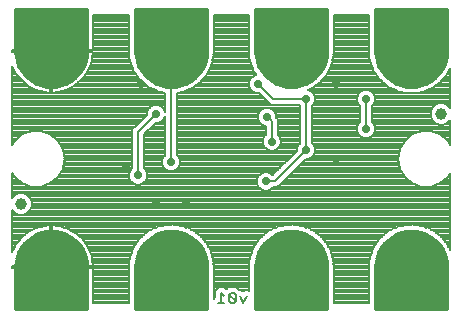
<source format=gbl>
G75*
%MOIN*%
%OFA0B0*%
%FSLAX25Y25*%
%IPPOS*%
%LPD*%
%AMOC8*
5,1,8,0,0,1.08239X$1,22.5*
%
%ADD10C,0.00800*%
%ADD11C,0.03937*%
%ADD12C,0.20000*%
%ADD13C,0.01000*%
%ADD14C,0.02900*%
D10*
X0152933Y0298400D02*
X0152933Y0310000D01*
X0140333Y0310000D01*
X0140333Y0310800D01*
X0152933Y0310800D01*
X0152933Y0310000D01*
X0153733Y0310000D01*
X0153733Y0298400D01*
X0152933Y0298400D01*
X0152933Y0298796D02*
X0153733Y0298796D01*
X0153733Y0299594D02*
X0152933Y0299594D01*
X0152933Y0300393D02*
X0153733Y0300393D01*
X0153733Y0301191D02*
X0152933Y0301191D01*
X0152933Y0301990D02*
X0153733Y0301990D01*
X0153733Y0302788D02*
X0152933Y0302788D01*
X0152933Y0303587D02*
X0153733Y0303587D01*
X0153733Y0304385D02*
X0152933Y0304385D01*
X0152933Y0305184D02*
X0153733Y0305184D01*
X0153733Y0305982D02*
X0152933Y0305982D01*
X0152933Y0306781D02*
X0153733Y0306781D01*
X0153733Y0307579D02*
X0152933Y0307579D01*
X0152933Y0308378D02*
X0153733Y0308378D01*
X0153733Y0309176D02*
X0152933Y0309176D01*
X0152933Y0309975D02*
X0153733Y0309975D01*
X0153733Y0310000D02*
X0153733Y0310800D01*
X0152933Y0310800D01*
X0152933Y0324300D01*
X0152605Y0324300D01*
X0151156Y0324148D01*
X0149731Y0323845D01*
X0148345Y0323395D01*
X0147014Y0322802D01*
X0145752Y0322074D01*
X0144574Y0321217D01*
X0143491Y0320242D01*
X0142516Y0319160D01*
X0142516Y0319160D01*
X0142507Y0319148D01*
X0141660Y0317981D01*
X0140931Y0316719D01*
X0140339Y0315388D01*
X0140333Y0315371D01*
X0140333Y0329353D01*
X0141312Y0328375D01*
X0142623Y0327831D01*
X0144043Y0327831D01*
X0145355Y0328375D01*
X0146359Y0329379D01*
X0146902Y0330690D01*
X0146902Y0332110D01*
X0146359Y0333421D01*
X0145355Y0334425D01*
X0144043Y0334968D01*
X0142623Y0334968D01*
X0141312Y0334425D01*
X0140333Y0333447D01*
X0140333Y0341656D01*
X0141099Y0340330D01*
X0143612Y0338222D01*
X0146693Y0337100D01*
X0149973Y0337100D01*
X0153055Y0338222D01*
X0155567Y0340330D01*
X0157207Y0343170D01*
X0157207Y0343170D01*
X0157777Y0346400D01*
X0157207Y0349630D01*
X0155567Y0352470D01*
X0153055Y0354578D01*
X0149973Y0355700D01*
X0146693Y0355700D01*
X0143612Y0354578D01*
X0143612Y0354578D01*
X0141099Y0352470D01*
X0140333Y0351144D01*
X0140333Y0377429D01*
X0140339Y0377412D01*
X0140339Y0377412D01*
X0140931Y0376081D01*
X0140931Y0376081D01*
X0141660Y0374819D01*
X0142516Y0373640D01*
X0143491Y0372558D01*
X0143491Y0372558D01*
X0143875Y0372212D01*
X0144574Y0371583D01*
X0145019Y0371259D01*
X0145752Y0370726D01*
X0145752Y0370726D01*
X0146657Y0370204D01*
X0147014Y0369998D01*
X0147014Y0369998D01*
X0148152Y0369492D01*
X0148345Y0369405D01*
X0149731Y0368955D01*
X0151156Y0368652D01*
X0152605Y0368500D01*
X0152933Y0368500D01*
X0152933Y0382000D01*
X0140333Y0382000D01*
X0140333Y0382800D01*
X0152933Y0382800D01*
X0152933Y0382000D01*
X0153733Y0382000D01*
X0153733Y0368500D01*
X0154062Y0368500D01*
X0155511Y0368652D01*
X0156936Y0368955D01*
X0158321Y0369405D01*
X0159652Y0369998D01*
X0160914Y0370726D01*
X0162093Y0371583D01*
X0163176Y0372558D01*
X0164150Y0373640D01*
X0164150Y0373640D01*
X0164153Y0373645D01*
X0165007Y0374819D01*
X0165007Y0374819D01*
X0165735Y0376081D01*
X0166328Y0377412D01*
X0166778Y0378797D01*
X0166778Y0378797D01*
X0167081Y0380223D01*
X0167233Y0381672D01*
X0167233Y0382000D01*
X0153733Y0382000D01*
X0153733Y0382800D01*
X0152933Y0382800D01*
X0152933Y0394400D01*
X0153733Y0394400D01*
X0153733Y0382800D01*
X0167233Y0382800D01*
X0167233Y0394400D01*
X0179233Y0394400D01*
X0179233Y0383183D01*
X0179177Y0383118D01*
X0179233Y0382325D01*
X0179233Y0381530D01*
X0179295Y0381469D01*
X0179311Y0381240D01*
X0179219Y0381096D01*
X0179372Y0380393D01*
X0179423Y0379675D01*
X0179552Y0379563D01*
X0179619Y0379256D01*
X0179548Y0379100D01*
X0179799Y0378426D01*
X0179952Y0377723D01*
X0180096Y0377630D01*
X0180206Y0377336D01*
X0180158Y0377172D01*
X0180503Y0376540D01*
X0180754Y0375866D01*
X0180910Y0375795D01*
X0181060Y0375519D01*
X0181036Y0375350D01*
X0181467Y0374774D01*
X0181812Y0374142D01*
X0181976Y0374094D01*
X0182164Y0373843D01*
X0182164Y0373672D01*
X0182673Y0373163D01*
X0183104Y0372587D01*
X0183274Y0372563D01*
X0183496Y0372340D01*
X0183520Y0372171D01*
X0184096Y0371740D01*
X0184605Y0371231D01*
X0184776Y0371231D01*
X0185028Y0371043D01*
X0185076Y0370879D01*
X0185707Y0370534D01*
X0186284Y0370103D01*
X0186453Y0370127D01*
X0186728Y0369976D01*
X0186799Y0369821D01*
X0187474Y0369569D01*
X0188105Y0369224D01*
X0188269Y0369273D01*
X0188564Y0369163D01*
X0188656Y0369019D01*
X0189359Y0368866D01*
X0190034Y0368615D01*
X0190189Y0368686D01*
X0190496Y0368619D01*
X0190608Y0368490D01*
X0191326Y0368438D01*
X0191333Y0368437D01*
X0191333Y0362127D01*
X0190919Y0363128D01*
X0190061Y0363986D01*
X0188940Y0364450D01*
X0187727Y0364450D01*
X0186606Y0363986D01*
X0185748Y0363128D01*
X0185283Y0362007D01*
X0185283Y0361178D01*
X0181505Y0357400D01*
X0180333Y0356228D01*
X0180333Y0343213D01*
X0179748Y0342628D01*
X0179283Y0341507D01*
X0179283Y0340293D01*
X0179748Y0339172D01*
X0180606Y0338314D01*
X0181727Y0337850D01*
X0182940Y0337850D01*
X0184061Y0338314D01*
X0184919Y0339172D01*
X0185383Y0340293D01*
X0185383Y0341507D01*
X0184919Y0342628D01*
X0184333Y0343213D01*
X0184333Y0354572D01*
X0188112Y0358350D01*
X0188940Y0358350D01*
X0190061Y0358814D01*
X0190919Y0359672D01*
X0191333Y0360673D01*
X0191333Y0347713D01*
X0190748Y0347128D01*
X0190283Y0346007D01*
X0190283Y0344793D01*
X0190748Y0343672D01*
X0191606Y0342814D01*
X0192727Y0342350D01*
X0193940Y0342350D01*
X0195061Y0342814D01*
X0195919Y0343672D01*
X0196383Y0344793D01*
X0196383Y0346007D01*
X0195919Y0347128D01*
X0195333Y0347713D01*
X0195333Y0368437D01*
X0195341Y0368438D01*
X0196059Y0368490D01*
X0196170Y0368619D01*
X0196478Y0368686D01*
X0196633Y0368615D01*
X0197307Y0368866D01*
X0198010Y0369019D01*
X0198103Y0369163D01*
X0198397Y0369273D01*
X0198561Y0369224D01*
X0199193Y0369569D01*
X0199867Y0369821D01*
X0199938Y0369976D01*
X0200214Y0370127D01*
X0200383Y0370103D01*
X0200959Y0370534D01*
X0201591Y0370879D01*
X0201639Y0371043D01*
X0201891Y0371231D01*
X0202062Y0371231D01*
X0202570Y0371740D01*
X0203146Y0372171D01*
X0203171Y0372340D01*
X0203393Y0372563D01*
X0203562Y0372587D01*
X0203993Y0373163D01*
X0204502Y0373672D01*
X0204502Y0373843D01*
X0204691Y0374094D01*
X0204855Y0374142D01*
X0205200Y0374774D01*
X0205631Y0375350D01*
X0205606Y0375519D01*
X0205757Y0375795D01*
X0205913Y0375866D01*
X0206164Y0376540D01*
X0206509Y0377172D01*
X0206461Y0377336D01*
X0206571Y0377630D01*
X0206714Y0377723D01*
X0206867Y0378426D01*
X0207119Y0379100D01*
X0207048Y0379256D01*
X0207115Y0379563D01*
X0207244Y0379675D01*
X0207295Y0380393D01*
X0207448Y0381096D01*
X0207356Y0381240D01*
X0207372Y0381469D01*
X0207433Y0381530D01*
X0207433Y0382325D01*
X0207490Y0383118D01*
X0207433Y0383183D01*
X0207433Y0394400D01*
X0219233Y0394400D01*
X0219233Y0383183D01*
X0219177Y0383118D01*
X0219233Y0382325D01*
X0219233Y0381530D01*
X0219295Y0381469D01*
X0219311Y0381240D01*
X0219219Y0381096D01*
X0219372Y0380393D01*
X0219423Y0379675D01*
X0219552Y0379563D01*
X0219619Y0379256D01*
X0219548Y0379100D01*
X0219799Y0378426D01*
X0219952Y0377723D01*
X0220096Y0377630D01*
X0220206Y0377336D01*
X0220158Y0377172D01*
X0220503Y0376540D01*
X0220754Y0375866D01*
X0220910Y0375795D01*
X0221060Y0375519D01*
X0221036Y0375350D01*
X0221467Y0374774D01*
X0221659Y0374422D01*
X0220606Y0373986D01*
X0219748Y0373128D01*
X0219283Y0372007D01*
X0219283Y0370793D01*
X0219748Y0369672D01*
X0220606Y0368814D01*
X0221727Y0368350D01*
X0222555Y0368350D01*
X0226505Y0364400D01*
X0236020Y0364400D01*
X0236333Y0364087D01*
X0236333Y0351713D01*
X0235748Y0351128D01*
X0235283Y0350007D01*
X0235283Y0349178D01*
X0227076Y0340971D01*
X0226561Y0341486D01*
X0225440Y0341950D01*
X0224227Y0341950D01*
X0223106Y0341486D01*
X0222248Y0340628D01*
X0221783Y0339507D01*
X0221783Y0338293D01*
X0222248Y0337172D01*
X0223106Y0336314D01*
X0224227Y0335850D01*
X0225440Y0335850D01*
X0226561Y0336314D01*
X0227147Y0336900D01*
X0228662Y0336900D01*
X0229833Y0338072D01*
X0238112Y0346350D01*
X0238940Y0346350D01*
X0240061Y0346814D01*
X0240919Y0347672D01*
X0241383Y0348793D01*
X0241383Y0350007D01*
X0240919Y0351128D01*
X0240333Y0351713D01*
X0240333Y0364087D01*
X0240919Y0364672D01*
X0241383Y0365793D01*
X0241383Y0367007D01*
X0240919Y0368128D01*
X0240061Y0368986D01*
X0238960Y0369442D01*
X0239193Y0369569D01*
X0239867Y0369821D01*
X0239938Y0369976D01*
X0240214Y0370127D01*
X0240383Y0370103D01*
X0240959Y0370534D01*
X0241591Y0370879D01*
X0241639Y0371043D01*
X0241891Y0371231D01*
X0242062Y0371231D01*
X0242570Y0371740D01*
X0243146Y0372171D01*
X0243171Y0372340D01*
X0243393Y0372563D01*
X0243562Y0372587D01*
X0243993Y0373163D01*
X0244502Y0373672D01*
X0244502Y0373843D01*
X0244691Y0374094D01*
X0244855Y0374142D01*
X0245200Y0374774D01*
X0245631Y0375350D01*
X0245606Y0375519D01*
X0245757Y0375795D01*
X0245913Y0375866D01*
X0246164Y0376540D01*
X0246509Y0377172D01*
X0246461Y0377336D01*
X0246571Y0377630D01*
X0246714Y0377723D01*
X0246867Y0378426D01*
X0247119Y0379100D01*
X0247048Y0379256D01*
X0247115Y0379563D01*
X0247244Y0379675D01*
X0247295Y0380393D01*
X0247448Y0381096D01*
X0247356Y0381240D01*
X0247372Y0381469D01*
X0247433Y0381530D01*
X0247433Y0382325D01*
X0247490Y0383118D01*
X0247433Y0383183D01*
X0247433Y0394400D01*
X0259233Y0394400D01*
X0259233Y0383183D01*
X0259177Y0383118D01*
X0259233Y0382325D01*
X0259233Y0381530D01*
X0259295Y0381469D01*
X0259311Y0381240D01*
X0259219Y0381096D01*
X0259372Y0380393D01*
X0259423Y0379675D01*
X0259552Y0379563D01*
X0259619Y0379256D01*
X0259548Y0379100D01*
X0259799Y0378426D01*
X0259952Y0377723D01*
X0260096Y0377630D01*
X0260206Y0377336D01*
X0260158Y0377172D01*
X0260503Y0376540D01*
X0260754Y0375866D01*
X0260910Y0375795D01*
X0261060Y0375519D01*
X0261036Y0375350D01*
X0261467Y0374774D01*
X0261812Y0374142D01*
X0261976Y0374094D01*
X0262164Y0373843D01*
X0262164Y0373672D01*
X0262673Y0373163D01*
X0263104Y0372587D01*
X0263274Y0372563D01*
X0263496Y0372340D01*
X0263520Y0372171D01*
X0264096Y0371740D01*
X0264605Y0371231D01*
X0264776Y0371231D01*
X0265028Y0371043D01*
X0265076Y0370879D01*
X0265707Y0370534D01*
X0266284Y0370103D01*
X0266453Y0370127D01*
X0266728Y0369976D01*
X0266799Y0369821D01*
X0267474Y0369569D01*
X0268105Y0369224D01*
X0268269Y0369273D01*
X0268564Y0369163D01*
X0268656Y0369019D01*
X0269359Y0368866D01*
X0270034Y0368615D01*
X0270189Y0368686D01*
X0270496Y0368619D01*
X0270608Y0368490D01*
X0271326Y0368438D01*
X0272029Y0368285D01*
X0272173Y0368378D01*
X0272486Y0368355D01*
X0272616Y0368243D01*
X0273333Y0368295D01*
X0274051Y0368243D01*
X0274180Y0368355D01*
X0274494Y0368378D01*
X0274638Y0368285D01*
X0275341Y0368438D01*
X0276059Y0368490D01*
X0276170Y0368619D01*
X0276478Y0368686D01*
X0276633Y0368615D01*
X0277307Y0368866D01*
X0278010Y0369019D01*
X0278103Y0369163D01*
X0278397Y0369273D01*
X0278561Y0369224D01*
X0279193Y0369569D01*
X0279867Y0369821D01*
X0279938Y0369976D01*
X0280214Y0370127D01*
X0280383Y0370103D01*
X0280959Y0370534D01*
X0281591Y0370879D01*
X0281639Y0371043D01*
X0281891Y0371231D01*
X0282062Y0371231D01*
X0282570Y0371740D01*
X0283146Y0372171D01*
X0283171Y0372340D01*
X0283393Y0372563D01*
X0283562Y0372587D01*
X0283993Y0373163D01*
X0284502Y0373672D01*
X0284502Y0373843D01*
X0284691Y0374094D01*
X0284855Y0374142D01*
X0285199Y0374774D01*
X0285631Y0375350D01*
X0285606Y0375519D01*
X0285757Y0375795D01*
X0285913Y0375866D01*
X0286164Y0376540D01*
X0286333Y0376851D01*
X0286333Y0363447D01*
X0285355Y0364425D01*
X0284043Y0364968D01*
X0282623Y0364968D01*
X0281312Y0364425D01*
X0280308Y0363421D01*
X0279765Y0362110D01*
X0279765Y0360690D01*
X0280308Y0359379D01*
X0281312Y0358375D01*
X0282623Y0357831D01*
X0284043Y0357831D01*
X0285355Y0358375D01*
X0286333Y0359353D01*
X0286333Y0351144D01*
X0285567Y0352470D01*
X0283055Y0354578D01*
X0279973Y0355700D01*
X0276693Y0355700D01*
X0273612Y0354578D01*
X0273612Y0354578D01*
X0271099Y0352470D01*
X0269459Y0349630D01*
X0268890Y0346400D01*
X0269459Y0343170D01*
X0269459Y0343170D01*
X0271099Y0340330D01*
X0273612Y0338222D01*
X0273612Y0338222D01*
X0276693Y0337100D01*
X0279973Y0337100D01*
X0283055Y0338222D01*
X0285567Y0340330D01*
X0286333Y0341656D01*
X0286333Y0315949D01*
X0286164Y0316260D01*
X0285913Y0316934D01*
X0285757Y0317005D01*
X0285606Y0317281D01*
X0285631Y0317450D01*
X0285200Y0318026D01*
X0284855Y0318658D01*
X0284691Y0318706D01*
X0284502Y0318957D01*
X0284502Y0319128D01*
X0283993Y0319637D01*
X0283562Y0320213D01*
X0283393Y0320237D01*
X0283171Y0320460D01*
X0283146Y0320629D01*
X0282570Y0321060D01*
X0282062Y0321569D01*
X0281891Y0321569D01*
X0281639Y0321757D01*
X0281591Y0321921D01*
X0280959Y0322266D01*
X0280383Y0322697D01*
X0280214Y0322673D01*
X0279938Y0322824D01*
X0279867Y0322979D01*
X0279193Y0323231D01*
X0278561Y0323576D01*
X0278397Y0323527D01*
X0278103Y0323637D01*
X0278010Y0323781D01*
X0277307Y0323934D01*
X0276633Y0324185D01*
X0276478Y0324114D01*
X0276170Y0324181D01*
X0276059Y0324310D01*
X0275341Y0324362D01*
X0274638Y0324515D01*
X0274494Y0324422D01*
X0274180Y0324445D01*
X0274051Y0324557D01*
X0273333Y0324505D01*
X0272616Y0324557D01*
X0272486Y0324445D01*
X0272173Y0324422D01*
X0272029Y0324515D01*
X0271326Y0324362D01*
X0270608Y0324310D01*
X0270496Y0324181D01*
X0270189Y0324114D01*
X0270034Y0324185D01*
X0269359Y0323934D01*
X0268656Y0323781D01*
X0268564Y0323637D01*
X0268269Y0323527D01*
X0268105Y0323576D01*
X0267474Y0323231D01*
X0266799Y0322979D01*
X0266728Y0322824D01*
X0266453Y0322673D01*
X0266284Y0322697D01*
X0265707Y0322266D01*
X0265076Y0321921D01*
X0265028Y0321757D01*
X0264776Y0321569D01*
X0264605Y0321569D01*
X0264096Y0321060D01*
X0263520Y0320629D01*
X0263496Y0320460D01*
X0263274Y0320237D01*
X0263104Y0320213D01*
X0262673Y0319637D01*
X0262164Y0319128D01*
X0262164Y0318957D01*
X0261976Y0318706D01*
X0261812Y0318658D01*
X0261467Y0318026D01*
X0261036Y0317450D01*
X0261060Y0317281D01*
X0260910Y0317005D01*
X0260754Y0316934D01*
X0260503Y0316260D01*
X0260158Y0315628D01*
X0260206Y0315464D01*
X0260096Y0315170D01*
X0259952Y0315077D01*
X0259799Y0314374D01*
X0259548Y0313700D01*
X0259619Y0313544D01*
X0259552Y0313237D01*
X0259423Y0313125D01*
X0259372Y0312407D01*
X0259219Y0311704D01*
X0259311Y0311560D01*
X0259295Y0311331D01*
X0259233Y0311270D01*
X0259233Y0310475D01*
X0259177Y0309682D01*
X0259233Y0309617D01*
X0259233Y0298400D01*
X0247433Y0298400D01*
X0247433Y0309617D01*
X0247490Y0309682D01*
X0247433Y0310475D01*
X0247433Y0311270D01*
X0247372Y0311331D01*
X0247356Y0311560D01*
X0247448Y0311704D01*
X0247295Y0312407D01*
X0247244Y0313125D01*
X0247115Y0313237D01*
X0247048Y0313544D01*
X0247119Y0313700D01*
X0246867Y0314374D01*
X0246714Y0315077D01*
X0246571Y0315170D01*
X0246461Y0315464D01*
X0246509Y0315628D01*
X0246164Y0316260D01*
X0245913Y0316934D01*
X0245757Y0317005D01*
X0245606Y0317281D01*
X0245631Y0317450D01*
X0245200Y0318026D01*
X0244855Y0318658D01*
X0244691Y0318706D01*
X0244502Y0318957D01*
X0244502Y0319128D01*
X0243993Y0319637D01*
X0243562Y0320213D01*
X0243393Y0320237D01*
X0243171Y0320460D01*
X0243146Y0320629D01*
X0242570Y0321060D01*
X0242062Y0321569D01*
X0241891Y0321569D01*
X0241639Y0321757D01*
X0241591Y0321921D01*
X0240959Y0322266D01*
X0240383Y0322697D01*
X0240214Y0322673D01*
X0239938Y0322824D01*
X0239867Y0322979D01*
X0239193Y0323231D01*
X0238561Y0323576D01*
X0238397Y0323527D01*
X0238103Y0323637D01*
X0238010Y0323781D01*
X0237307Y0323934D01*
X0236633Y0324185D01*
X0236478Y0324114D01*
X0236170Y0324181D01*
X0236059Y0324310D01*
X0235341Y0324362D01*
X0234638Y0324515D01*
X0234494Y0324422D01*
X0234180Y0324445D01*
X0234051Y0324557D01*
X0233333Y0324505D01*
X0232616Y0324557D01*
X0232486Y0324445D01*
X0232173Y0324422D01*
X0232029Y0324515D01*
X0231326Y0324362D01*
X0230608Y0324310D01*
X0230496Y0324181D01*
X0230189Y0324114D01*
X0230034Y0324185D01*
X0229359Y0323934D01*
X0228656Y0323781D01*
X0228564Y0323637D01*
X0228269Y0323527D01*
X0228105Y0323576D01*
X0227474Y0323231D01*
X0226799Y0322979D01*
X0226728Y0322824D01*
X0226453Y0322673D01*
X0226284Y0322697D01*
X0225707Y0322266D01*
X0225076Y0321921D01*
X0225028Y0321757D01*
X0224776Y0321569D01*
X0224605Y0321569D01*
X0224096Y0321060D01*
X0223520Y0320629D01*
X0223496Y0320460D01*
X0223274Y0320237D01*
X0223104Y0320213D01*
X0222673Y0319637D01*
X0222164Y0319128D01*
X0222164Y0318957D01*
X0221976Y0318706D01*
X0221812Y0318658D01*
X0221467Y0318026D01*
X0221036Y0317450D01*
X0221060Y0317281D01*
X0220910Y0317005D01*
X0220754Y0316934D01*
X0220503Y0316260D01*
X0220158Y0315628D01*
X0220206Y0315464D01*
X0220096Y0315170D01*
X0219952Y0315077D01*
X0219799Y0314374D01*
X0219548Y0313700D01*
X0219619Y0313544D01*
X0219552Y0313237D01*
X0219423Y0313125D01*
X0219372Y0312407D01*
X0219219Y0311704D01*
X0219311Y0311560D01*
X0219295Y0311331D01*
X0219233Y0311270D01*
X0219233Y0310475D01*
X0219177Y0309682D01*
X0219233Y0309617D01*
X0219233Y0302409D01*
X0218612Y0302719D01*
X0217390Y0302312D01*
X0216169Y0302719D01*
X0216042Y0302656D01*
X0215070Y0303628D01*
X0212345Y0303628D01*
X0211811Y0303094D01*
X0211599Y0302881D01*
X0211588Y0302892D01*
X0210853Y0303628D01*
X0209196Y0303628D01*
X0208601Y0303033D01*
X0208024Y0302456D01*
X0208024Y0300321D01*
X0207433Y0299730D01*
X0207433Y0309617D01*
X0207490Y0309682D01*
X0207433Y0310475D01*
X0207433Y0311270D01*
X0207372Y0311331D01*
X0207356Y0311560D01*
X0207448Y0311704D01*
X0207295Y0312407D01*
X0207244Y0313125D01*
X0207115Y0313237D01*
X0207048Y0313544D01*
X0207119Y0313700D01*
X0206867Y0314374D01*
X0206714Y0315077D01*
X0206571Y0315170D01*
X0206461Y0315464D01*
X0206509Y0315628D01*
X0206164Y0316260D01*
X0205913Y0316934D01*
X0205757Y0317005D01*
X0205606Y0317281D01*
X0205631Y0317450D01*
X0205200Y0318026D01*
X0204855Y0318658D01*
X0204691Y0318706D01*
X0204502Y0318957D01*
X0204502Y0319128D01*
X0203993Y0319637D01*
X0203562Y0320213D01*
X0203393Y0320237D01*
X0203171Y0320460D01*
X0203146Y0320629D01*
X0202570Y0321060D01*
X0202062Y0321569D01*
X0201891Y0321569D01*
X0201639Y0321757D01*
X0201591Y0321921D01*
X0200959Y0322266D01*
X0200383Y0322697D01*
X0200214Y0322673D01*
X0199938Y0322824D01*
X0199867Y0322979D01*
X0199193Y0323231D01*
X0198561Y0323576D01*
X0198397Y0323527D01*
X0198103Y0323637D01*
X0198010Y0323781D01*
X0197307Y0323934D01*
X0196633Y0324185D01*
X0196478Y0324114D01*
X0196170Y0324181D01*
X0196059Y0324310D01*
X0195341Y0324362D01*
X0194638Y0324515D01*
X0194494Y0324422D01*
X0194180Y0324445D01*
X0194051Y0324557D01*
X0193333Y0324505D01*
X0192616Y0324557D01*
X0192486Y0324445D01*
X0192173Y0324422D01*
X0192029Y0324515D01*
X0191326Y0324362D01*
X0190608Y0324310D01*
X0190496Y0324181D01*
X0190189Y0324114D01*
X0190034Y0324185D01*
X0189359Y0323934D01*
X0188656Y0323781D01*
X0188564Y0323637D01*
X0188269Y0323527D01*
X0188105Y0323576D01*
X0187474Y0323231D01*
X0186799Y0322979D01*
X0186728Y0322824D01*
X0186453Y0322673D01*
X0186284Y0322697D01*
X0185707Y0322266D01*
X0185076Y0321921D01*
X0185028Y0321757D01*
X0184776Y0321569D01*
X0184605Y0321569D01*
X0184096Y0321060D01*
X0183520Y0320629D01*
X0183496Y0320460D01*
X0183274Y0320237D01*
X0183104Y0320213D01*
X0182673Y0319637D01*
X0182164Y0319128D01*
X0182164Y0318957D01*
X0181976Y0318706D01*
X0181812Y0318658D01*
X0181467Y0318026D01*
X0181036Y0317450D01*
X0181060Y0317281D01*
X0180910Y0317005D01*
X0180754Y0316934D01*
X0180503Y0316260D01*
X0180158Y0315628D01*
X0180206Y0315464D01*
X0180096Y0315170D01*
X0179952Y0315077D01*
X0179799Y0314374D01*
X0179548Y0313700D01*
X0179619Y0313544D01*
X0179552Y0313237D01*
X0179423Y0313125D01*
X0179372Y0312407D01*
X0179219Y0311704D01*
X0179311Y0311560D01*
X0179295Y0311331D01*
X0179233Y0311270D01*
X0179233Y0310475D01*
X0179177Y0309682D01*
X0179233Y0309617D01*
X0179233Y0298400D01*
X0167233Y0298400D01*
X0167233Y0310000D01*
X0153733Y0310000D01*
X0153733Y0310773D02*
X0179233Y0310773D01*
X0179198Y0309975D02*
X0167233Y0309975D01*
X0167233Y0309176D02*
X0179233Y0309176D01*
X0179233Y0308378D02*
X0167233Y0308378D01*
X0167233Y0307579D02*
X0179233Y0307579D01*
X0179233Y0306781D02*
X0167233Y0306781D01*
X0167233Y0305982D02*
X0179233Y0305982D01*
X0179233Y0305184D02*
X0167233Y0305184D01*
X0167233Y0304385D02*
X0179233Y0304385D01*
X0179233Y0303587D02*
X0167233Y0303587D01*
X0167233Y0302788D02*
X0179233Y0302788D01*
X0179233Y0301990D02*
X0167233Y0301990D01*
X0167233Y0301191D02*
X0179233Y0301191D01*
X0179233Y0300393D02*
X0167233Y0300393D01*
X0167233Y0299594D02*
X0179233Y0299594D01*
X0179233Y0298796D02*
X0167233Y0298796D01*
X0167233Y0310800D02*
X0153733Y0310800D01*
X0153733Y0324300D01*
X0154062Y0324300D01*
X0155511Y0324148D01*
X0155511Y0324148D01*
X0156537Y0323930D01*
X0156936Y0323845D01*
X0156936Y0323845D01*
X0158005Y0323498D01*
X0158321Y0323395D01*
X0158321Y0323395D01*
X0159394Y0322917D01*
X0159652Y0322802D01*
X0159652Y0322802D01*
X0160699Y0322198D01*
X0160914Y0322074D01*
X0160914Y0322074D01*
X0161913Y0321348D01*
X0162093Y0321217D01*
X0162093Y0321217D01*
X0163024Y0320379D01*
X0163176Y0320242D01*
X0163176Y0320242D01*
X0164150Y0319160D01*
X0164150Y0319160D01*
X0165007Y0317981D01*
X0165007Y0317981D01*
X0165735Y0316719D01*
X0165735Y0316719D01*
X0166328Y0315388D01*
X0166328Y0315388D01*
X0166778Y0314003D01*
X0166778Y0314002D01*
X0167081Y0312577D01*
X0167081Y0312577D01*
X0167233Y0311128D01*
X0167233Y0310800D01*
X0167187Y0311572D02*
X0179304Y0311572D01*
X0179363Y0312370D02*
X0167103Y0312370D01*
X0166955Y0313169D02*
X0179473Y0313169D01*
X0179648Y0313967D02*
X0166786Y0313967D01*
X0166530Y0314766D02*
X0179885Y0314766D01*
X0180176Y0315564D02*
X0166249Y0315564D01*
X0165894Y0316363D02*
X0180541Y0316363D01*
X0180995Y0317161D02*
X0165480Y0317161D01*
X0165019Y0317960D02*
X0181418Y0317960D01*
X0182015Y0318758D02*
X0164442Y0318758D01*
X0163793Y0319557D02*
X0182593Y0319557D01*
X0183391Y0320355D02*
X0163050Y0320355D01*
X0163176Y0320242D02*
X0163176Y0320242D01*
X0162163Y0321154D02*
X0184190Y0321154D01*
X0185133Y0321952D02*
X0161081Y0321952D01*
X0159741Y0322751D02*
X0186595Y0322751D01*
X0188057Y0323549D02*
X0157845Y0323549D01*
X0153733Y0323549D02*
X0152933Y0323549D01*
X0152933Y0322751D02*
X0153733Y0322751D01*
X0153733Y0321952D02*
X0152933Y0321952D01*
X0152933Y0321154D02*
X0153733Y0321154D01*
X0153733Y0320355D02*
X0152933Y0320355D01*
X0152933Y0319557D02*
X0153733Y0319557D01*
X0153733Y0318758D02*
X0152933Y0318758D01*
X0152933Y0317960D02*
X0153733Y0317960D01*
X0153733Y0317161D02*
X0152933Y0317161D01*
X0152933Y0316363D02*
X0153733Y0316363D01*
X0153733Y0315564D02*
X0152933Y0315564D01*
X0152933Y0314766D02*
X0153733Y0314766D01*
X0153733Y0313967D02*
X0152933Y0313967D01*
X0152933Y0313169D02*
X0153733Y0313169D01*
X0153733Y0312370D02*
X0152933Y0312370D01*
X0152933Y0311572D02*
X0153733Y0311572D01*
X0152933Y0310773D02*
X0140333Y0310773D01*
X0140339Y0315388D02*
X0140339Y0315388D01*
X0140333Y0315564D02*
X0140417Y0315564D01*
X0140333Y0316363D02*
X0140773Y0316363D01*
X0140931Y0316719D02*
X0140931Y0316719D01*
X0141187Y0317161D02*
X0140333Y0317161D01*
X0140333Y0317960D02*
X0141648Y0317960D01*
X0141660Y0317981D02*
X0141660Y0317981D01*
X0142225Y0318758D02*
X0140333Y0318758D01*
X0140333Y0319557D02*
X0142874Y0319557D01*
X0143491Y0320242D02*
X0143491Y0320242D01*
X0143617Y0320355D02*
X0140333Y0320355D01*
X0140333Y0321154D02*
X0144503Y0321154D01*
X0145586Y0321952D02*
X0140333Y0321952D01*
X0140333Y0322751D02*
X0146926Y0322751D01*
X0148822Y0323549D02*
X0140333Y0323549D01*
X0140333Y0324348D02*
X0191132Y0324348D01*
X0188328Y0323549D02*
X0188195Y0323549D01*
X0195535Y0324348D02*
X0231132Y0324348D01*
X0228328Y0323549D02*
X0228195Y0323549D01*
X0228057Y0323549D02*
X0198609Y0323549D01*
X0198472Y0323549D02*
X0198338Y0323549D01*
X0200072Y0322751D02*
X0226595Y0322751D01*
X0225133Y0321952D02*
X0201534Y0321952D01*
X0202477Y0321154D02*
X0224190Y0321154D01*
X0223391Y0320355D02*
X0203275Y0320355D01*
X0204074Y0319557D02*
X0222593Y0319557D01*
X0222015Y0318758D02*
X0204651Y0318758D01*
X0205249Y0317960D02*
X0221418Y0317960D01*
X0220995Y0317161D02*
X0205672Y0317161D01*
X0206126Y0316363D02*
X0220541Y0316363D01*
X0220176Y0315564D02*
X0206490Y0315564D01*
X0206782Y0314766D02*
X0219885Y0314766D01*
X0219648Y0313967D02*
X0207019Y0313967D01*
X0207194Y0313169D02*
X0219473Y0313169D01*
X0219363Y0312370D02*
X0207303Y0312370D01*
X0207363Y0311572D02*
X0219304Y0311572D01*
X0219233Y0310773D02*
X0207433Y0310773D01*
X0207469Y0309975D02*
X0219198Y0309975D01*
X0219233Y0309176D02*
X0207433Y0309176D01*
X0207433Y0308378D02*
X0219233Y0308378D01*
X0219233Y0307579D02*
X0207433Y0307579D01*
X0207433Y0306781D02*
X0219233Y0306781D01*
X0219233Y0305982D02*
X0207433Y0305982D01*
X0207433Y0305184D02*
X0219233Y0305184D01*
X0219233Y0304385D02*
X0207433Y0304385D01*
X0207433Y0303587D02*
X0209155Y0303587D01*
X0208356Y0302788D02*
X0207433Y0302788D01*
X0207433Y0301990D02*
X0208024Y0301990D01*
X0208024Y0301191D02*
X0207433Y0301191D01*
X0207433Y0300393D02*
X0208024Y0300393D01*
X0208957Y0298425D02*
X0211092Y0298425D01*
X0210024Y0298425D02*
X0210024Y0301628D01*
X0211092Y0300560D01*
X0212640Y0301094D02*
X0214775Y0298959D01*
X0214241Y0298425D01*
X0213174Y0298425D01*
X0212640Y0298959D01*
X0212640Y0301094D01*
X0213174Y0301628D01*
X0214241Y0301628D01*
X0214775Y0301094D01*
X0214775Y0298959D01*
X0216323Y0300560D02*
X0217390Y0298425D01*
X0218458Y0300560D01*
X0219233Y0302788D02*
X0215909Y0302788D01*
X0215111Y0303587D02*
X0219233Y0303587D01*
X0212304Y0303587D02*
X0210894Y0303587D01*
X0211811Y0303094D02*
X0211811Y0303094D01*
X0235535Y0324348D02*
X0271132Y0324348D01*
X0268328Y0323549D02*
X0268195Y0323549D01*
X0268057Y0323549D02*
X0238609Y0323549D01*
X0238472Y0323549D02*
X0238338Y0323549D01*
X0240072Y0322751D02*
X0266595Y0322751D01*
X0265133Y0321952D02*
X0241534Y0321952D01*
X0242477Y0321154D02*
X0264190Y0321154D01*
X0263391Y0320355D02*
X0243275Y0320355D01*
X0244074Y0319557D02*
X0262593Y0319557D01*
X0262015Y0318758D02*
X0244651Y0318758D01*
X0245249Y0317960D02*
X0261418Y0317960D01*
X0260995Y0317161D02*
X0245672Y0317161D01*
X0246126Y0316363D02*
X0260541Y0316363D01*
X0260176Y0315564D02*
X0246490Y0315564D01*
X0246782Y0314766D02*
X0259885Y0314766D01*
X0259648Y0313967D02*
X0247019Y0313967D01*
X0247194Y0313169D02*
X0259473Y0313169D01*
X0259363Y0312370D02*
X0247303Y0312370D01*
X0247363Y0311572D02*
X0259304Y0311572D01*
X0259233Y0310773D02*
X0247433Y0310773D01*
X0247469Y0309975D02*
X0259198Y0309975D01*
X0259233Y0309176D02*
X0247433Y0309176D01*
X0247433Y0308378D02*
X0259233Y0308378D01*
X0259233Y0307579D02*
X0247433Y0307579D01*
X0247433Y0306781D02*
X0259233Y0306781D01*
X0259233Y0305982D02*
X0247433Y0305982D01*
X0247433Y0305184D02*
X0259233Y0305184D01*
X0259233Y0304385D02*
X0247433Y0304385D01*
X0247433Y0303587D02*
X0259233Y0303587D01*
X0259233Y0302788D02*
X0247433Y0302788D01*
X0247433Y0301990D02*
X0259233Y0301990D01*
X0259233Y0301191D02*
X0247433Y0301191D01*
X0247433Y0300393D02*
X0259233Y0300393D01*
X0259233Y0299594D02*
X0247433Y0299594D01*
X0247433Y0298796D02*
X0259233Y0298796D01*
X0286126Y0316363D02*
X0286333Y0316363D01*
X0286333Y0317161D02*
X0285672Y0317161D01*
X0285249Y0317960D02*
X0286333Y0317960D01*
X0286333Y0318758D02*
X0284651Y0318758D01*
X0284074Y0319557D02*
X0286333Y0319557D01*
X0286333Y0320355D02*
X0283275Y0320355D01*
X0282477Y0321154D02*
X0286333Y0321154D01*
X0286333Y0321952D02*
X0281534Y0321952D01*
X0280072Y0322751D02*
X0286333Y0322751D01*
X0286333Y0323549D02*
X0278609Y0323549D01*
X0278472Y0323549D02*
X0278338Y0323549D01*
X0275535Y0324348D02*
X0286333Y0324348D01*
X0286333Y0325146D02*
X0140333Y0325146D01*
X0140333Y0325945D02*
X0286333Y0325945D01*
X0286333Y0326743D02*
X0140333Y0326743D01*
X0140333Y0327542D02*
X0286333Y0327542D01*
X0286333Y0328340D02*
X0145272Y0328340D01*
X0146119Y0329139D02*
X0286333Y0329139D01*
X0286333Y0329937D02*
X0146590Y0329937D01*
X0146902Y0330736D02*
X0286333Y0330736D01*
X0286333Y0331534D02*
X0146902Y0331534D01*
X0146809Y0332333D02*
X0286333Y0332333D01*
X0286333Y0333132D02*
X0146479Y0333132D01*
X0145850Y0333930D02*
X0286333Y0333930D01*
X0286333Y0334729D02*
X0144622Y0334729D01*
X0142044Y0334729D02*
X0140333Y0334729D01*
X0140333Y0335527D02*
X0286333Y0335527D01*
X0286333Y0336326D02*
X0226572Y0336326D01*
X0228886Y0337124D02*
X0276627Y0337124D01*
X0274433Y0337923D02*
X0229684Y0337923D01*
X0230483Y0338721D02*
X0273016Y0338721D01*
X0272065Y0339520D02*
X0231281Y0339520D01*
X0232080Y0340318D02*
X0271113Y0340318D01*
X0271099Y0340330D02*
X0271099Y0340330D01*
X0270645Y0341117D02*
X0232878Y0341117D01*
X0233677Y0341915D02*
X0270184Y0341915D01*
X0269723Y0342714D02*
X0234475Y0342714D01*
X0235274Y0343512D02*
X0269399Y0343512D01*
X0269258Y0344311D02*
X0236072Y0344311D01*
X0236871Y0345109D02*
X0269117Y0345109D01*
X0268977Y0345908D02*
X0237669Y0345908D01*
X0239800Y0346706D02*
X0268944Y0346706D01*
X0268890Y0346400D02*
X0268890Y0346400D01*
X0269085Y0347505D02*
X0240751Y0347505D01*
X0241180Y0348303D02*
X0269225Y0348303D01*
X0269366Y0349102D02*
X0241383Y0349102D01*
X0241383Y0349900D02*
X0269616Y0349900D01*
X0269459Y0349630D02*
X0269459Y0349630D01*
X0270077Y0350699D02*
X0241097Y0350699D01*
X0240549Y0351497D02*
X0270538Y0351497D01*
X0270999Y0352296D02*
X0240333Y0352296D01*
X0240333Y0353094D02*
X0271843Y0353094D01*
X0271099Y0352470D02*
X0271099Y0352470D01*
X0271099Y0352470D01*
X0272795Y0353893D02*
X0260139Y0353893D01*
X0260061Y0353814D02*
X0260919Y0354672D01*
X0261383Y0355793D01*
X0261383Y0357007D01*
X0260919Y0358128D01*
X0260333Y0358713D01*
X0260333Y0364087D01*
X0260919Y0364672D01*
X0261383Y0365793D01*
X0261383Y0367007D01*
X0260919Y0368128D01*
X0260061Y0368986D01*
X0258940Y0369450D01*
X0257727Y0369450D01*
X0256606Y0368986D01*
X0255748Y0368128D01*
X0255283Y0367007D01*
X0255283Y0365793D01*
X0255748Y0364672D01*
X0256333Y0364087D01*
X0256333Y0358713D01*
X0255748Y0358128D01*
X0255283Y0357007D01*
X0255283Y0355793D01*
X0255748Y0354672D01*
X0256606Y0353814D01*
X0257727Y0353350D01*
X0258940Y0353350D01*
X0260061Y0353814D01*
X0260927Y0354691D02*
X0273922Y0354691D01*
X0276116Y0355490D02*
X0261258Y0355490D01*
X0261383Y0356288D02*
X0286333Y0356288D01*
X0286333Y0355490D02*
X0280551Y0355490D01*
X0282744Y0354691D02*
X0286333Y0354691D01*
X0286333Y0353893D02*
X0283872Y0353893D01*
X0283055Y0354578D02*
X0283055Y0354578D01*
X0284824Y0353094D02*
X0286333Y0353094D01*
X0286333Y0352296D02*
X0285668Y0352296D01*
X0285567Y0352470D02*
X0285567Y0352470D01*
X0286129Y0351497D02*
X0286333Y0351497D01*
X0286333Y0357087D02*
X0261350Y0357087D01*
X0261019Y0357885D02*
X0282493Y0357885D01*
X0284173Y0357885D02*
X0286333Y0357885D01*
X0286333Y0358684D02*
X0285664Y0358684D01*
X0281003Y0358684D02*
X0260363Y0358684D01*
X0260333Y0359482D02*
X0280265Y0359482D01*
X0279934Y0360281D02*
X0260333Y0360281D01*
X0260333Y0361079D02*
X0279765Y0361079D01*
X0279765Y0361878D02*
X0260333Y0361878D01*
X0260333Y0362676D02*
X0280000Y0362676D01*
X0280362Y0363475D02*
X0260333Y0363475D01*
X0260520Y0364273D02*
X0281160Y0364273D01*
X0285506Y0364273D02*
X0286333Y0364273D01*
X0286305Y0363475D02*
X0286333Y0363475D01*
X0286333Y0365072D02*
X0261085Y0365072D01*
X0261383Y0365870D02*
X0286333Y0365870D01*
X0286333Y0366669D02*
X0261383Y0366669D01*
X0261192Y0367468D02*
X0286333Y0367468D01*
X0286333Y0368266D02*
X0274077Y0368266D01*
X0273733Y0368266D02*
X0272933Y0368266D01*
X0272589Y0368266D02*
X0260781Y0368266D01*
X0259871Y0369065D02*
X0268627Y0369065D01*
X0266780Y0369863D02*
X0239886Y0369863D01*
X0239871Y0369065D02*
X0256796Y0369065D01*
X0255886Y0368266D02*
X0240781Y0368266D01*
X0241192Y0367468D02*
X0255474Y0367468D01*
X0255283Y0366669D02*
X0241383Y0366669D01*
X0241383Y0365870D02*
X0255283Y0365870D01*
X0255582Y0365072D02*
X0241085Y0365072D01*
X0240520Y0364273D02*
X0256147Y0364273D01*
X0256333Y0363475D02*
X0240333Y0363475D01*
X0240333Y0362676D02*
X0256333Y0362676D01*
X0256333Y0361878D02*
X0240333Y0361878D01*
X0240333Y0361079D02*
X0256333Y0361079D01*
X0256333Y0360281D02*
X0240333Y0360281D01*
X0240333Y0359482D02*
X0256333Y0359482D01*
X0256304Y0358684D02*
X0240333Y0358684D01*
X0240333Y0357885D02*
X0255647Y0357885D01*
X0255317Y0357087D02*
X0240333Y0357087D01*
X0240333Y0356288D02*
X0255283Y0356288D01*
X0255409Y0355490D02*
X0240333Y0355490D01*
X0240333Y0354691D02*
X0255740Y0354691D01*
X0256527Y0353893D02*
X0240333Y0353893D01*
X0236333Y0353893D02*
X0229425Y0353893D01*
X0229419Y0353907D02*
X0228833Y0354493D01*
X0228833Y0359728D01*
X0228383Y0360178D01*
X0228383Y0361007D01*
X0227919Y0362128D01*
X0227061Y0362986D01*
X0225940Y0363450D01*
X0224727Y0363450D01*
X0223606Y0362986D01*
X0222748Y0362128D01*
X0222283Y0361007D01*
X0222283Y0359793D01*
X0222748Y0358672D01*
X0223606Y0357814D01*
X0224727Y0357350D01*
X0224833Y0357350D01*
X0224833Y0354493D01*
X0224248Y0353907D01*
X0223783Y0352786D01*
X0223783Y0351573D01*
X0224248Y0350452D01*
X0225106Y0349594D01*
X0226227Y0349130D01*
X0227440Y0349130D01*
X0228561Y0349594D01*
X0229419Y0350452D01*
X0229883Y0351573D01*
X0229883Y0352786D01*
X0229419Y0353907D01*
X0229756Y0353094D02*
X0236333Y0353094D01*
X0236333Y0352296D02*
X0229883Y0352296D01*
X0229852Y0351497D02*
X0236117Y0351497D01*
X0235570Y0350699D02*
X0229521Y0350699D01*
X0228867Y0349900D02*
X0235283Y0349900D01*
X0235207Y0349102D02*
X0195333Y0349102D01*
X0195333Y0349900D02*
X0224799Y0349900D01*
X0224145Y0350699D02*
X0195333Y0350699D01*
X0195333Y0351497D02*
X0223815Y0351497D01*
X0223783Y0352296D02*
X0195333Y0352296D01*
X0195333Y0353094D02*
X0223911Y0353094D01*
X0224242Y0353893D02*
X0195333Y0353893D01*
X0195333Y0354691D02*
X0224833Y0354691D01*
X0224833Y0355490D02*
X0195333Y0355490D01*
X0195333Y0356288D02*
X0224833Y0356288D01*
X0224833Y0357087D02*
X0195333Y0357087D01*
X0195333Y0357885D02*
X0223535Y0357885D01*
X0222743Y0358684D02*
X0195333Y0358684D01*
X0195333Y0359482D02*
X0222412Y0359482D01*
X0222283Y0360281D02*
X0195333Y0360281D01*
X0195333Y0361079D02*
X0222313Y0361079D01*
X0222644Y0361878D02*
X0195333Y0361878D01*
X0195333Y0362676D02*
X0223296Y0362676D01*
X0225333Y0360400D02*
X0226833Y0358900D01*
X0226833Y0352180D01*
X0228833Y0354691D02*
X0236333Y0354691D01*
X0236333Y0355490D02*
X0228833Y0355490D01*
X0228833Y0356288D02*
X0236333Y0356288D01*
X0236333Y0357087D02*
X0228833Y0357087D01*
X0228833Y0357885D02*
X0236333Y0357885D01*
X0236333Y0358684D02*
X0228833Y0358684D01*
X0228833Y0359482D02*
X0236333Y0359482D01*
X0236333Y0360281D02*
X0228383Y0360281D01*
X0228353Y0361079D02*
X0236333Y0361079D01*
X0236333Y0361878D02*
X0228022Y0361878D01*
X0227370Y0362676D02*
X0236333Y0362676D01*
X0236333Y0363475D02*
X0195333Y0363475D01*
X0195333Y0364273D02*
X0236147Y0364273D01*
X0238333Y0366400D02*
X0227333Y0366400D01*
X0222333Y0371400D01*
X0219283Y0371460D02*
X0202291Y0371460D01*
X0203159Y0372259D02*
X0219388Y0372259D01*
X0219718Y0373057D02*
X0203914Y0373057D01*
X0204512Y0373856D02*
X0220476Y0373856D01*
X0221533Y0374654D02*
X0205134Y0374654D01*
X0205616Y0375453D02*
X0221051Y0375453D01*
X0220611Y0376251D02*
X0206056Y0376251D01*
X0206442Y0377050D02*
X0220225Y0377050D01*
X0219925Y0377848D02*
X0206742Y0377848D01*
X0206950Y0378647D02*
X0219717Y0378647D01*
X0219578Y0379445D02*
X0207089Y0379445D01*
X0207284Y0380244D02*
X0219382Y0380244D01*
X0219230Y0381042D02*
X0207436Y0381042D01*
X0207433Y0381841D02*
X0219233Y0381841D01*
X0219211Y0382639D02*
X0207456Y0382639D01*
X0207433Y0383438D02*
X0219233Y0383438D01*
X0219233Y0384236D02*
X0207433Y0384236D01*
X0207433Y0385035D02*
X0219233Y0385035D01*
X0219233Y0385833D02*
X0207433Y0385833D01*
X0207433Y0386632D02*
X0219233Y0386632D01*
X0219233Y0387430D02*
X0207433Y0387430D01*
X0207433Y0388229D02*
X0219233Y0388229D01*
X0219233Y0389027D02*
X0207433Y0389027D01*
X0207433Y0389826D02*
X0219233Y0389826D01*
X0219233Y0390624D02*
X0207433Y0390624D01*
X0207433Y0391423D02*
X0219233Y0391423D01*
X0219233Y0392221D02*
X0207433Y0392221D01*
X0207433Y0393020D02*
X0219233Y0393020D01*
X0219233Y0393818D02*
X0207433Y0393818D01*
X0193333Y0382400D02*
X0193333Y0345400D01*
X0191125Y0347505D02*
X0184333Y0347505D01*
X0184333Y0348303D02*
X0191333Y0348303D01*
X0191333Y0349102D02*
X0184333Y0349102D01*
X0184333Y0349900D02*
X0191333Y0349900D01*
X0191333Y0350699D02*
X0184333Y0350699D01*
X0184333Y0351497D02*
X0191333Y0351497D01*
X0191333Y0352296D02*
X0184333Y0352296D01*
X0184333Y0353094D02*
X0191333Y0353094D01*
X0191333Y0353893D02*
X0184333Y0353893D01*
X0184453Y0354691D02*
X0191333Y0354691D01*
X0191333Y0355490D02*
X0185252Y0355490D01*
X0186050Y0356288D02*
X0191333Y0356288D01*
X0191333Y0357087D02*
X0186849Y0357087D01*
X0187647Y0357885D02*
X0191333Y0357885D01*
X0191333Y0358684D02*
X0189746Y0358684D01*
X0190729Y0359482D02*
X0191333Y0359482D01*
X0191333Y0360281D02*
X0191171Y0360281D01*
X0191106Y0362676D02*
X0191333Y0362676D01*
X0191333Y0363475D02*
X0190572Y0363475D01*
X0191333Y0364273D02*
X0189366Y0364273D01*
X0187300Y0364273D02*
X0140333Y0364273D01*
X0140333Y0363475D02*
X0186095Y0363475D01*
X0185561Y0362676D02*
X0140333Y0362676D01*
X0140333Y0361878D02*
X0185283Y0361878D01*
X0185184Y0361079D02*
X0140333Y0361079D01*
X0140333Y0360281D02*
X0184386Y0360281D01*
X0183587Y0359482D02*
X0140333Y0359482D01*
X0140333Y0358684D02*
X0182789Y0358684D01*
X0181990Y0357885D02*
X0140333Y0357885D01*
X0140333Y0357087D02*
X0181192Y0357087D01*
X0180393Y0356288D02*
X0140333Y0356288D01*
X0140333Y0355490D02*
X0146116Y0355490D01*
X0143922Y0354691D02*
X0140333Y0354691D01*
X0140333Y0353893D02*
X0142795Y0353893D01*
X0141843Y0353094D02*
X0140333Y0353094D01*
X0140333Y0352296D02*
X0140999Y0352296D01*
X0141099Y0352470D02*
X0141099Y0352470D01*
X0141099Y0352470D01*
X0140538Y0351497D02*
X0140333Y0351497D01*
X0150551Y0355490D02*
X0180333Y0355490D01*
X0180333Y0354691D02*
X0152744Y0354691D01*
X0153055Y0354578D02*
X0153055Y0354578D01*
X0153872Y0353893D02*
X0180333Y0353893D01*
X0180333Y0353094D02*
X0154824Y0353094D01*
X0155567Y0352470D02*
X0155567Y0352470D01*
X0155668Y0352296D02*
X0180333Y0352296D01*
X0180333Y0351497D02*
X0156129Y0351497D01*
X0156590Y0350699D02*
X0180333Y0350699D01*
X0180333Y0349900D02*
X0157051Y0349900D01*
X0157207Y0349630D02*
X0157207Y0349630D01*
X0157300Y0349102D02*
X0180333Y0349102D01*
X0180333Y0348303D02*
X0157441Y0348303D01*
X0157582Y0347505D02*
X0180333Y0347505D01*
X0180333Y0346706D02*
X0157723Y0346706D01*
X0157777Y0346400D02*
X0157777Y0346400D01*
X0157690Y0345908D02*
X0180333Y0345908D01*
X0180333Y0345109D02*
X0157549Y0345109D01*
X0157408Y0344311D02*
X0180333Y0344311D01*
X0180333Y0343512D02*
X0157268Y0343512D01*
X0156944Y0342714D02*
X0179834Y0342714D01*
X0179453Y0341915D02*
X0156483Y0341915D01*
X0156022Y0341117D02*
X0179283Y0341117D01*
X0179283Y0340318D02*
X0155553Y0340318D01*
X0155567Y0340330D02*
X0155567Y0340330D01*
X0155567Y0340330D01*
X0154602Y0339520D02*
X0179604Y0339520D01*
X0180199Y0338721D02*
X0153650Y0338721D01*
X0153055Y0338222D02*
X0153055Y0338222D01*
X0152233Y0337923D02*
X0181551Y0337923D01*
X0183115Y0337923D02*
X0221937Y0337923D01*
X0221783Y0338721D02*
X0184468Y0338721D01*
X0185063Y0339520D02*
X0221789Y0339520D01*
X0222119Y0340318D02*
X0185383Y0340318D01*
X0185383Y0341117D02*
X0222737Y0341117D01*
X0224143Y0341915D02*
X0185214Y0341915D01*
X0184833Y0342714D02*
X0191849Y0342714D01*
X0190908Y0343512D02*
X0184333Y0343512D01*
X0184333Y0344311D02*
X0190483Y0344311D01*
X0190283Y0345109D02*
X0184333Y0345109D01*
X0184333Y0345908D02*
X0190283Y0345908D01*
X0190573Y0346706D02*
X0184333Y0346706D01*
X0182333Y0340900D02*
X0182333Y0355400D01*
X0188333Y0361400D01*
X0191333Y0365072D02*
X0140333Y0365072D01*
X0140333Y0365870D02*
X0191333Y0365870D01*
X0191333Y0366669D02*
X0140333Y0366669D01*
X0140333Y0367468D02*
X0191333Y0367468D01*
X0191333Y0368266D02*
X0140333Y0368266D01*
X0140333Y0369065D02*
X0149394Y0369065D01*
X0148345Y0369405D02*
X0148345Y0369405D01*
X0147317Y0369863D02*
X0140333Y0369863D01*
X0140333Y0370662D02*
X0145865Y0370662D01*
X0144743Y0371460D02*
X0140333Y0371460D01*
X0140333Y0372259D02*
X0143823Y0372259D01*
X0143491Y0372558D02*
X0143491Y0372558D01*
X0143041Y0373057D02*
X0140333Y0373057D01*
X0140333Y0373856D02*
X0142360Y0373856D01*
X0142516Y0373640D02*
X0142516Y0373640D01*
X0141780Y0374654D02*
X0140333Y0374654D01*
X0140333Y0375453D02*
X0141294Y0375453D01*
X0141660Y0374819D02*
X0141660Y0374819D01*
X0140856Y0376251D02*
X0140333Y0376251D01*
X0140333Y0377050D02*
X0140500Y0377050D01*
X0144574Y0371583D02*
X0144574Y0371583D01*
X0152933Y0371460D02*
X0153733Y0371460D01*
X0153733Y0370662D02*
X0152933Y0370662D01*
X0152933Y0369863D02*
X0153733Y0369863D01*
X0153733Y0369065D02*
X0152933Y0369065D01*
X0152933Y0372259D02*
X0153733Y0372259D01*
X0153733Y0373057D02*
X0152933Y0373057D01*
X0152933Y0373856D02*
X0153733Y0373856D01*
X0153733Y0374654D02*
X0152933Y0374654D01*
X0152933Y0375453D02*
X0153733Y0375453D01*
X0153733Y0376251D02*
X0152933Y0376251D01*
X0152933Y0377050D02*
X0153733Y0377050D01*
X0153733Y0377848D02*
X0152933Y0377848D01*
X0152933Y0378647D02*
X0153733Y0378647D01*
X0153733Y0379445D02*
X0152933Y0379445D01*
X0152933Y0380244D02*
X0153733Y0380244D01*
X0153733Y0381042D02*
X0152933Y0381042D01*
X0152933Y0381841D02*
X0153733Y0381841D01*
X0153733Y0382639D02*
X0179211Y0382639D01*
X0179233Y0381841D02*
X0167233Y0381841D01*
X0167167Y0381042D02*
X0179230Y0381042D01*
X0179382Y0380244D02*
X0167083Y0380244D01*
X0167081Y0380223D02*
X0167081Y0380223D01*
X0166916Y0379445D02*
X0179578Y0379445D01*
X0179717Y0378647D02*
X0166729Y0378647D01*
X0166470Y0377848D02*
X0179925Y0377848D01*
X0180225Y0377050D02*
X0166167Y0377050D01*
X0166328Y0377412D02*
X0166328Y0377412D01*
X0165811Y0376251D02*
X0180611Y0376251D01*
X0181051Y0375453D02*
X0165373Y0375453D01*
X0165735Y0376081D02*
X0165735Y0376081D01*
X0164887Y0374654D02*
X0181533Y0374654D01*
X0182155Y0373856D02*
X0164307Y0373856D01*
X0163625Y0373057D02*
X0182752Y0373057D01*
X0183508Y0372259D02*
X0162843Y0372259D01*
X0163176Y0372558D02*
X0163176Y0372558D01*
X0161924Y0371460D02*
X0184376Y0371460D01*
X0185473Y0370662D02*
X0160802Y0370662D01*
X0159349Y0369863D02*
X0186780Y0369863D01*
X0188627Y0369065D02*
X0157272Y0369065D01*
X0152933Y0382639D02*
X0140333Y0382639D01*
X0152933Y0383438D02*
X0153733Y0383438D01*
X0153733Y0384236D02*
X0152933Y0384236D01*
X0152933Y0385035D02*
X0153733Y0385035D01*
X0153733Y0385833D02*
X0152933Y0385833D01*
X0152933Y0386632D02*
X0153733Y0386632D01*
X0153733Y0387430D02*
X0152933Y0387430D01*
X0152933Y0388229D02*
X0153733Y0388229D01*
X0153733Y0389027D02*
X0152933Y0389027D01*
X0152933Y0389826D02*
X0153733Y0389826D01*
X0153733Y0390624D02*
X0152933Y0390624D01*
X0152933Y0391423D02*
X0153733Y0391423D01*
X0153733Y0392221D02*
X0152933Y0392221D01*
X0152933Y0393020D02*
X0153733Y0393020D01*
X0153733Y0393818D02*
X0152933Y0393818D01*
X0167233Y0393818D02*
X0179233Y0393818D01*
X0179233Y0393020D02*
X0167233Y0393020D01*
X0167233Y0392221D02*
X0179233Y0392221D01*
X0179233Y0391423D02*
X0167233Y0391423D01*
X0167233Y0390624D02*
X0179233Y0390624D01*
X0179233Y0389826D02*
X0167233Y0389826D01*
X0167233Y0389027D02*
X0179233Y0389027D01*
X0179233Y0388229D02*
X0167233Y0388229D01*
X0167233Y0387430D02*
X0179233Y0387430D01*
X0179233Y0386632D02*
X0167233Y0386632D01*
X0167233Y0385833D02*
X0179233Y0385833D01*
X0179233Y0385035D02*
X0167233Y0385035D01*
X0167233Y0384236D02*
X0179233Y0384236D01*
X0179233Y0383438D02*
X0167233Y0383438D01*
X0195333Y0368266D02*
X0222639Y0368266D01*
X0223437Y0367468D02*
X0195333Y0367468D01*
X0195333Y0366669D02*
X0224236Y0366669D01*
X0225034Y0365870D02*
X0195333Y0365870D01*
X0195333Y0365072D02*
X0225833Y0365072D01*
X0220355Y0369065D02*
X0198040Y0369065D01*
X0199886Y0369863D02*
X0219669Y0369863D01*
X0219338Y0370662D02*
X0201193Y0370662D01*
X0195333Y0348303D02*
X0234408Y0348303D01*
X0233610Y0347505D02*
X0195542Y0347505D01*
X0196094Y0346706D02*
X0232811Y0346706D01*
X0232013Y0345908D02*
X0196383Y0345908D01*
X0196383Y0345109D02*
X0231214Y0345109D01*
X0230416Y0344311D02*
X0196183Y0344311D01*
X0195759Y0343512D02*
X0229617Y0343512D01*
X0228819Y0342714D02*
X0194818Y0342714D01*
X0222296Y0337124D02*
X0150039Y0337124D01*
X0146627Y0337124D02*
X0140333Y0337124D01*
X0140333Y0336326D02*
X0223094Y0336326D01*
X0224833Y0338900D02*
X0227833Y0338900D01*
X0238333Y0349400D01*
X0238333Y0366400D01*
X0241193Y0370662D02*
X0265473Y0370662D01*
X0264376Y0371460D02*
X0242291Y0371460D01*
X0243159Y0372259D02*
X0263508Y0372259D01*
X0262752Y0373057D02*
X0243914Y0373057D01*
X0244512Y0373856D02*
X0262155Y0373856D01*
X0261533Y0374654D02*
X0245134Y0374654D01*
X0245616Y0375453D02*
X0261051Y0375453D01*
X0260611Y0376251D02*
X0246056Y0376251D01*
X0246442Y0377050D02*
X0260225Y0377050D01*
X0259925Y0377848D02*
X0246742Y0377848D01*
X0246950Y0378647D02*
X0259717Y0378647D01*
X0259578Y0379445D02*
X0247089Y0379445D01*
X0247284Y0380244D02*
X0259382Y0380244D01*
X0259230Y0381042D02*
X0247436Y0381042D01*
X0247433Y0381841D02*
X0259233Y0381841D01*
X0259211Y0382639D02*
X0247456Y0382639D01*
X0247433Y0383438D02*
X0259233Y0383438D01*
X0259233Y0384236D02*
X0247433Y0384236D01*
X0247433Y0385035D02*
X0259233Y0385035D01*
X0259233Y0385833D02*
X0247433Y0385833D01*
X0247433Y0386632D02*
X0259233Y0386632D01*
X0259233Y0387430D02*
X0247433Y0387430D01*
X0247433Y0388229D02*
X0259233Y0388229D01*
X0259233Y0389027D02*
X0247433Y0389027D01*
X0247433Y0389826D02*
X0259233Y0389826D01*
X0259233Y0390624D02*
X0247433Y0390624D01*
X0247433Y0391423D02*
X0259233Y0391423D01*
X0259233Y0392221D02*
X0247433Y0392221D01*
X0247433Y0393020D02*
X0259233Y0393020D01*
X0259233Y0393818D02*
X0247433Y0393818D01*
X0278040Y0369065D02*
X0286333Y0369065D01*
X0286333Y0369863D02*
X0279886Y0369863D01*
X0281193Y0370662D02*
X0286333Y0370662D01*
X0286333Y0371460D02*
X0282291Y0371460D01*
X0283159Y0372259D02*
X0286333Y0372259D01*
X0286333Y0373057D02*
X0283914Y0373057D01*
X0284512Y0373856D02*
X0286333Y0373856D01*
X0286333Y0374654D02*
X0285134Y0374654D01*
X0285616Y0375453D02*
X0286333Y0375453D01*
X0286333Y0376251D02*
X0286056Y0376251D01*
X0258333Y0366400D02*
X0258333Y0356400D01*
X0280039Y0337124D02*
X0286333Y0337124D01*
X0286333Y0337923D02*
X0282233Y0337923D01*
X0283055Y0338222D02*
X0283055Y0338222D01*
X0283650Y0338721D02*
X0286333Y0338721D01*
X0286333Y0339520D02*
X0284602Y0339520D01*
X0285553Y0340318D02*
X0286333Y0340318D01*
X0285567Y0340330D02*
X0285567Y0340330D01*
X0285567Y0340330D01*
X0286022Y0341117D02*
X0286333Y0341117D01*
X0228020Y0341915D02*
X0225524Y0341915D01*
X0226930Y0341117D02*
X0227222Y0341117D01*
X0144433Y0337923D02*
X0140333Y0337923D01*
X0140333Y0338721D02*
X0143016Y0338721D01*
X0143612Y0338222D02*
X0143612Y0338222D01*
X0142065Y0339520D02*
X0140333Y0339520D01*
X0140333Y0340318D02*
X0141113Y0340318D01*
X0141099Y0340330D02*
X0141099Y0340330D01*
X0140645Y0341117D02*
X0140333Y0341117D01*
X0140333Y0333930D02*
X0140817Y0333930D01*
X0140548Y0329139D02*
X0140333Y0329139D01*
X0140333Y0328340D02*
X0141395Y0328340D01*
D11*
X0143333Y0331400D03*
X0283333Y0361400D03*
D12*
X0273333Y0382400D03*
X0233333Y0382400D03*
X0193333Y0382400D03*
X0153333Y0382400D03*
X0153333Y0310400D03*
X0193333Y0310400D03*
X0233333Y0310400D03*
X0273333Y0310400D03*
D13*
X0165333Y0296400D02*
X0141333Y0296400D01*
X0165333Y0296400D01*
X0165333Y0310400D01*
X0165211Y0312108D01*
X0164847Y0313781D01*
X0164249Y0315385D01*
X0163428Y0316888D01*
X0162402Y0318258D01*
X0161192Y0319469D01*
X0159821Y0320495D01*
X0158318Y0321316D01*
X0156714Y0321914D01*
X0155041Y0322278D01*
X0153333Y0322400D01*
X0151626Y0322278D01*
X0149953Y0321914D01*
X0148348Y0321316D01*
X0146846Y0320495D01*
X0145475Y0319469D01*
X0144264Y0318258D01*
X0143238Y0316888D01*
X0142418Y0315385D01*
X0141819Y0313781D01*
X0141455Y0312108D01*
X0141333Y0310400D01*
X0141333Y0296400D01*
X0141333Y0297399D02*
X0165333Y0297399D01*
X0165333Y0298397D02*
X0141333Y0298397D01*
X0141333Y0299396D02*
X0165333Y0299396D01*
X0165333Y0300394D02*
X0141333Y0300394D01*
X0141333Y0301393D02*
X0165333Y0301393D01*
X0165333Y0302391D02*
X0141333Y0302391D01*
X0141333Y0303390D02*
X0165333Y0303390D01*
X0165333Y0304388D02*
X0141333Y0304388D01*
X0141333Y0305387D02*
X0165333Y0305387D01*
X0165333Y0306385D02*
X0141333Y0306385D01*
X0141333Y0307384D02*
X0165333Y0307384D01*
X0165333Y0308382D02*
X0141333Y0308382D01*
X0141333Y0309381D02*
X0165333Y0309381D01*
X0165333Y0310379D02*
X0141333Y0310379D01*
X0141403Y0311378D02*
X0165263Y0311378D01*
X0165153Y0312376D02*
X0141514Y0312376D01*
X0141731Y0313375D02*
X0164936Y0313375D01*
X0164626Y0314373D02*
X0142040Y0314373D01*
X0142413Y0315372D02*
X0164254Y0315372D01*
X0163711Y0316370D02*
X0142956Y0316370D01*
X0143598Y0317369D02*
X0163068Y0317369D01*
X0162293Y0318367D02*
X0144373Y0318367D01*
X0145372Y0319366D02*
X0161295Y0319366D01*
X0159996Y0320364D02*
X0146671Y0320364D01*
X0148475Y0321363D02*
X0158192Y0321363D01*
X0153874Y0322361D02*
X0152792Y0322361D01*
X0181819Y0313781D02*
X0181455Y0312108D01*
X0181333Y0310400D01*
X0181333Y0296400D01*
X0205333Y0296400D01*
X0205333Y0310400D01*
X0205211Y0312108D01*
X0204847Y0313781D01*
X0204249Y0315385D01*
X0203428Y0316888D01*
X0202402Y0318258D01*
X0201192Y0319469D01*
X0199821Y0320495D01*
X0198318Y0321316D01*
X0196714Y0321914D01*
X0195041Y0322278D01*
X0193333Y0322400D01*
X0191626Y0322278D01*
X0189953Y0321914D01*
X0188348Y0321316D01*
X0186846Y0320495D01*
X0185475Y0319469D01*
X0184264Y0318258D01*
X0183238Y0316888D01*
X0182418Y0315385D01*
X0181819Y0313781D01*
X0181731Y0313375D02*
X0204936Y0313375D01*
X0205153Y0312376D02*
X0181514Y0312376D01*
X0181403Y0311378D02*
X0205263Y0311378D01*
X0205333Y0310379D02*
X0181333Y0310379D01*
X0181333Y0309381D02*
X0205333Y0309381D01*
X0205333Y0308382D02*
X0181333Y0308382D01*
X0181333Y0307384D02*
X0205333Y0307384D01*
X0205333Y0306385D02*
X0181333Y0306385D01*
X0181333Y0305387D02*
X0205333Y0305387D01*
X0205333Y0304388D02*
X0181333Y0304388D01*
X0181333Y0303390D02*
X0205333Y0303390D01*
X0205333Y0302391D02*
X0181333Y0302391D01*
X0181333Y0301393D02*
X0205333Y0301393D01*
X0205333Y0300394D02*
X0181333Y0300394D01*
X0181333Y0299396D02*
X0205333Y0299396D01*
X0205333Y0298397D02*
X0181333Y0298397D01*
X0181333Y0297399D02*
X0205333Y0297399D01*
X0205333Y0296400D02*
X0181333Y0296400D01*
X0182040Y0314373D02*
X0204626Y0314373D01*
X0204254Y0315372D02*
X0182413Y0315372D01*
X0182956Y0316370D02*
X0203711Y0316370D01*
X0203068Y0317369D02*
X0183598Y0317369D01*
X0184373Y0318367D02*
X0202293Y0318367D01*
X0201295Y0319366D02*
X0185372Y0319366D01*
X0186671Y0320364D02*
X0199996Y0320364D01*
X0198192Y0321363D02*
X0188475Y0321363D01*
X0192792Y0322361D02*
X0193874Y0322361D01*
X0221819Y0313781D02*
X0221455Y0312108D01*
X0221333Y0310400D01*
X0221333Y0296400D01*
X0245333Y0296400D01*
X0245333Y0310400D01*
X0245211Y0312108D01*
X0244847Y0313781D01*
X0244249Y0315385D01*
X0243428Y0316888D01*
X0242402Y0318258D01*
X0241192Y0319469D01*
X0239821Y0320495D01*
X0238318Y0321316D01*
X0236714Y0321914D01*
X0235041Y0322278D01*
X0233333Y0322400D01*
X0231626Y0322278D01*
X0229953Y0321914D01*
X0228348Y0321316D01*
X0226846Y0320495D01*
X0225475Y0319469D01*
X0224264Y0318258D01*
X0223238Y0316888D01*
X0222418Y0315385D01*
X0221819Y0313781D01*
X0221731Y0313375D02*
X0244936Y0313375D01*
X0245153Y0312376D02*
X0221514Y0312376D01*
X0221403Y0311378D02*
X0245263Y0311378D01*
X0245333Y0310379D02*
X0221333Y0310379D01*
X0221333Y0309381D02*
X0245333Y0309381D01*
X0245333Y0308382D02*
X0221333Y0308382D01*
X0221333Y0307384D02*
X0245333Y0307384D01*
X0245333Y0306385D02*
X0221333Y0306385D01*
X0221333Y0305387D02*
X0245333Y0305387D01*
X0245333Y0304388D02*
X0221333Y0304388D01*
X0221333Y0303390D02*
X0245333Y0303390D01*
X0245333Y0302391D02*
X0221333Y0302391D01*
X0221333Y0301393D02*
X0245333Y0301393D01*
X0245333Y0300394D02*
X0221333Y0300394D01*
X0221333Y0299396D02*
X0245333Y0299396D01*
X0245333Y0298397D02*
X0221333Y0298397D01*
X0221333Y0297399D02*
X0245333Y0297399D01*
X0245333Y0296400D02*
X0221333Y0296400D01*
X0222040Y0314373D02*
X0244626Y0314373D01*
X0244254Y0315372D02*
X0222413Y0315372D01*
X0222956Y0316370D02*
X0243711Y0316370D01*
X0243068Y0317369D02*
X0223598Y0317369D01*
X0224373Y0318367D02*
X0242293Y0318367D01*
X0241295Y0319366D02*
X0225372Y0319366D01*
X0226671Y0320364D02*
X0239996Y0320364D01*
X0238192Y0321363D02*
X0228475Y0321363D01*
X0232792Y0322361D02*
X0233874Y0322361D01*
X0261819Y0313781D02*
X0261455Y0312108D01*
X0261333Y0310400D01*
X0261333Y0296400D01*
X0285333Y0296400D01*
X0285333Y0310400D01*
X0285211Y0312108D01*
X0284847Y0313781D01*
X0284249Y0315385D01*
X0283428Y0316888D01*
X0282402Y0318258D01*
X0281192Y0319469D01*
X0279821Y0320495D01*
X0278318Y0321316D01*
X0276714Y0321914D01*
X0275041Y0322278D01*
X0273333Y0322400D01*
X0271626Y0322278D01*
X0269953Y0321914D01*
X0268348Y0321316D01*
X0266846Y0320495D01*
X0265475Y0319469D01*
X0264264Y0318258D01*
X0263238Y0316888D01*
X0262418Y0315385D01*
X0261819Y0313781D01*
X0261731Y0313375D02*
X0284936Y0313375D01*
X0285153Y0312376D02*
X0261514Y0312376D01*
X0261403Y0311378D02*
X0285263Y0311378D01*
X0285333Y0310379D02*
X0261333Y0310379D01*
X0261333Y0309381D02*
X0285333Y0309381D01*
X0285333Y0308382D02*
X0261333Y0308382D01*
X0261333Y0307384D02*
X0285333Y0307384D01*
X0285333Y0306385D02*
X0261333Y0306385D01*
X0261333Y0305387D02*
X0285333Y0305387D01*
X0285333Y0304388D02*
X0261333Y0304388D01*
X0261333Y0303390D02*
X0285333Y0303390D01*
X0285333Y0302391D02*
X0261333Y0302391D01*
X0261333Y0301393D02*
X0285333Y0301393D01*
X0285333Y0300394D02*
X0261333Y0300394D01*
X0261333Y0299396D02*
X0285333Y0299396D01*
X0285333Y0298397D02*
X0261333Y0298397D01*
X0261333Y0297399D02*
X0285333Y0297399D01*
X0285333Y0296400D02*
X0261333Y0296400D01*
X0262040Y0314373D02*
X0284626Y0314373D01*
X0284254Y0315372D02*
X0262413Y0315372D01*
X0262956Y0316370D02*
X0283711Y0316370D01*
X0283068Y0317369D02*
X0263598Y0317369D01*
X0264373Y0318367D02*
X0282293Y0318367D01*
X0281295Y0319366D02*
X0265372Y0319366D01*
X0266671Y0320364D02*
X0279996Y0320364D01*
X0278192Y0321363D02*
X0268475Y0321363D01*
X0272792Y0322361D02*
X0273874Y0322361D01*
X0273333Y0370400D02*
X0271626Y0370522D01*
X0269953Y0370886D01*
X0268348Y0371484D01*
X0266846Y0372305D01*
X0265475Y0373331D01*
X0264264Y0374542D01*
X0263238Y0375912D01*
X0262418Y0377415D01*
X0261819Y0379019D01*
X0261455Y0380692D01*
X0261333Y0382400D01*
X0261333Y0396400D01*
X0285333Y0396400D01*
X0285333Y0382400D01*
X0285211Y0380692D01*
X0284847Y0379019D01*
X0284249Y0377415D01*
X0283428Y0375912D01*
X0282402Y0374542D01*
X0281192Y0373331D01*
X0279821Y0372305D01*
X0278318Y0371484D01*
X0276714Y0370886D01*
X0275041Y0370522D01*
X0273333Y0370400D01*
X0268874Y0371288D02*
X0277793Y0371288D01*
X0279788Y0372287D02*
X0266879Y0372287D01*
X0265536Y0373285D02*
X0281131Y0373285D01*
X0282145Y0374284D02*
X0264522Y0374284D01*
X0263710Y0375282D02*
X0282957Y0375282D01*
X0283630Y0376281D02*
X0263037Y0376281D01*
X0262492Y0377279D02*
X0284175Y0377279D01*
X0284571Y0378278D02*
X0262096Y0378278D01*
X0261763Y0379276D02*
X0284903Y0379276D01*
X0285120Y0380275D02*
X0261546Y0380275D01*
X0261414Y0381273D02*
X0285253Y0381273D01*
X0285324Y0382272D02*
X0261342Y0382272D01*
X0261333Y0383270D02*
X0285333Y0383270D01*
X0285333Y0384269D02*
X0261333Y0384269D01*
X0261333Y0385268D02*
X0285333Y0385268D01*
X0285333Y0386266D02*
X0261333Y0386266D01*
X0261333Y0387265D02*
X0285333Y0387265D01*
X0285333Y0388263D02*
X0261333Y0388263D01*
X0261333Y0389262D02*
X0285333Y0389262D01*
X0285333Y0390260D02*
X0261333Y0390260D01*
X0261333Y0391259D02*
X0285333Y0391259D01*
X0285333Y0392257D02*
X0261333Y0392257D01*
X0261333Y0393256D02*
X0285333Y0393256D01*
X0285333Y0394254D02*
X0261333Y0394254D01*
X0261333Y0395253D02*
X0285333Y0395253D01*
X0285333Y0396251D02*
X0261333Y0396251D01*
X0245333Y0396251D02*
X0221333Y0396251D01*
X0221333Y0396400D02*
X0221333Y0382400D01*
X0221455Y0380692D01*
X0221819Y0379019D01*
X0222418Y0377415D01*
X0223238Y0375912D01*
X0224264Y0374542D01*
X0225475Y0373331D01*
X0226846Y0372305D01*
X0228348Y0371484D01*
X0229953Y0370886D01*
X0231626Y0370522D01*
X0233333Y0370400D01*
X0235041Y0370522D01*
X0236714Y0370886D01*
X0238318Y0371484D01*
X0239821Y0372305D01*
X0241192Y0373331D01*
X0242402Y0374542D01*
X0243428Y0375912D01*
X0244249Y0377415D01*
X0244847Y0379019D01*
X0245211Y0380692D01*
X0245333Y0382400D01*
X0245333Y0396400D01*
X0221333Y0396400D01*
X0221333Y0395253D02*
X0245333Y0395253D01*
X0245333Y0394254D02*
X0221333Y0394254D01*
X0221333Y0393256D02*
X0245333Y0393256D01*
X0245333Y0392257D02*
X0221333Y0392257D01*
X0221333Y0391259D02*
X0245333Y0391259D01*
X0245333Y0390260D02*
X0221333Y0390260D01*
X0221333Y0389262D02*
X0245333Y0389262D01*
X0245333Y0388263D02*
X0221333Y0388263D01*
X0221333Y0387265D02*
X0245333Y0387265D01*
X0245333Y0386266D02*
X0221333Y0386266D01*
X0221333Y0385268D02*
X0245333Y0385268D01*
X0245333Y0384269D02*
X0221333Y0384269D01*
X0221333Y0383270D02*
X0245333Y0383270D01*
X0245324Y0382272D02*
X0221342Y0382272D01*
X0221414Y0381273D02*
X0245253Y0381273D01*
X0245120Y0380275D02*
X0221546Y0380275D01*
X0221763Y0379276D02*
X0244903Y0379276D01*
X0244571Y0378278D02*
X0222096Y0378278D01*
X0222492Y0377279D02*
X0244175Y0377279D01*
X0243630Y0376281D02*
X0223037Y0376281D01*
X0223710Y0375282D02*
X0242957Y0375282D01*
X0242145Y0374284D02*
X0224522Y0374284D01*
X0225536Y0373285D02*
X0241131Y0373285D01*
X0239788Y0372287D02*
X0226879Y0372287D01*
X0228874Y0371288D02*
X0237793Y0371288D01*
X0204847Y0379019D02*
X0204249Y0377415D01*
X0203428Y0375912D01*
X0202402Y0374542D01*
X0201192Y0373331D01*
X0199821Y0372305D01*
X0198318Y0371484D01*
X0196714Y0370886D01*
X0195041Y0370522D01*
X0193333Y0370400D01*
X0191626Y0370522D01*
X0189953Y0370886D01*
X0188348Y0371484D01*
X0186846Y0372305D01*
X0185475Y0373331D01*
X0184264Y0374542D01*
X0183238Y0375912D01*
X0182418Y0377415D01*
X0181819Y0379019D01*
X0181455Y0380692D01*
X0181333Y0382400D01*
X0181333Y0396400D01*
X0205333Y0396400D01*
X0205333Y0382400D01*
X0205211Y0380692D01*
X0204847Y0379019D01*
X0204903Y0379276D02*
X0181763Y0379276D01*
X0181546Y0380275D02*
X0205120Y0380275D01*
X0205253Y0381273D02*
X0181414Y0381273D01*
X0181342Y0382272D02*
X0205324Y0382272D01*
X0205333Y0383270D02*
X0181333Y0383270D01*
X0181333Y0384269D02*
X0205333Y0384269D01*
X0205333Y0385268D02*
X0181333Y0385268D01*
X0181333Y0386266D02*
X0205333Y0386266D01*
X0205333Y0387265D02*
X0181333Y0387265D01*
X0181333Y0388263D02*
X0205333Y0388263D01*
X0205333Y0389262D02*
X0181333Y0389262D01*
X0181333Y0390260D02*
X0205333Y0390260D01*
X0205333Y0391259D02*
X0181333Y0391259D01*
X0181333Y0392257D02*
X0205333Y0392257D01*
X0205333Y0393256D02*
X0181333Y0393256D01*
X0181333Y0394254D02*
X0205333Y0394254D01*
X0205333Y0395253D02*
X0181333Y0395253D01*
X0181333Y0396251D02*
X0205333Y0396251D01*
X0204571Y0378278D02*
X0182096Y0378278D01*
X0182492Y0377279D02*
X0204175Y0377279D01*
X0203630Y0376281D02*
X0183037Y0376281D01*
X0183710Y0375282D02*
X0202957Y0375282D01*
X0202145Y0374284D02*
X0184522Y0374284D01*
X0185536Y0373285D02*
X0201131Y0373285D01*
X0199788Y0372287D02*
X0186879Y0372287D01*
X0188874Y0371288D02*
X0197793Y0371288D01*
X0164847Y0379019D02*
X0164249Y0377415D01*
X0163428Y0375912D01*
X0162402Y0374542D01*
X0161192Y0373331D01*
X0159821Y0372305D01*
X0158318Y0371484D01*
X0156714Y0370886D01*
X0155041Y0370522D01*
X0153333Y0370400D01*
X0151626Y0370522D01*
X0149953Y0370886D01*
X0148348Y0371484D01*
X0146846Y0372305D01*
X0145475Y0373331D01*
X0144264Y0374542D01*
X0143238Y0375912D01*
X0142418Y0377415D01*
X0141819Y0379019D01*
X0141455Y0380692D01*
X0141333Y0382400D01*
X0141333Y0396400D01*
X0165333Y0396400D01*
X0165333Y0382400D01*
X0165211Y0380692D01*
X0164847Y0379019D01*
X0164903Y0379276D02*
X0141763Y0379276D01*
X0141546Y0380275D02*
X0165120Y0380275D01*
X0165253Y0381273D02*
X0141414Y0381273D01*
X0141342Y0382272D02*
X0165324Y0382272D01*
X0165333Y0383270D02*
X0141333Y0383270D01*
X0141333Y0384269D02*
X0165333Y0384269D01*
X0165333Y0385268D02*
X0141333Y0385268D01*
X0141333Y0386266D02*
X0165333Y0386266D01*
X0165333Y0387265D02*
X0141333Y0387265D01*
X0141333Y0388263D02*
X0165333Y0388263D01*
X0165333Y0389262D02*
X0141333Y0389262D01*
X0141333Y0390260D02*
X0165333Y0390260D01*
X0165333Y0391259D02*
X0141333Y0391259D01*
X0141333Y0392257D02*
X0165333Y0392257D01*
X0165333Y0393256D02*
X0141333Y0393256D01*
X0141333Y0394254D02*
X0165333Y0394254D01*
X0165333Y0395253D02*
X0141333Y0395253D01*
X0141333Y0396251D02*
X0165333Y0396251D01*
X0164571Y0378278D02*
X0142096Y0378278D01*
X0142492Y0377279D02*
X0164175Y0377279D01*
X0163630Y0376281D02*
X0143037Y0376281D01*
X0143710Y0375282D02*
X0162957Y0375282D01*
X0162145Y0374284D02*
X0144522Y0374284D01*
X0145536Y0373285D02*
X0161131Y0373285D01*
X0159788Y0372287D02*
X0146879Y0372287D01*
X0148874Y0371288D02*
X0157793Y0371288D01*
D14*
X0183333Y0371400D03*
X0188333Y0361400D03*
X0193333Y0345400D03*
X0182333Y0340900D03*
X0178333Y0343900D03*
X0188333Y0331400D03*
X0198333Y0331400D03*
X0224833Y0338900D03*
X0226833Y0352180D03*
X0225333Y0360400D03*
X0222333Y0371400D03*
X0238333Y0366400D03*
X0248333Y0371400D03*
X0258333Y0366400D03*
X0258333Y0356400D03*
X0248333Y0346400D03*
X0238333Y0349400D03*
M02*

</source>
